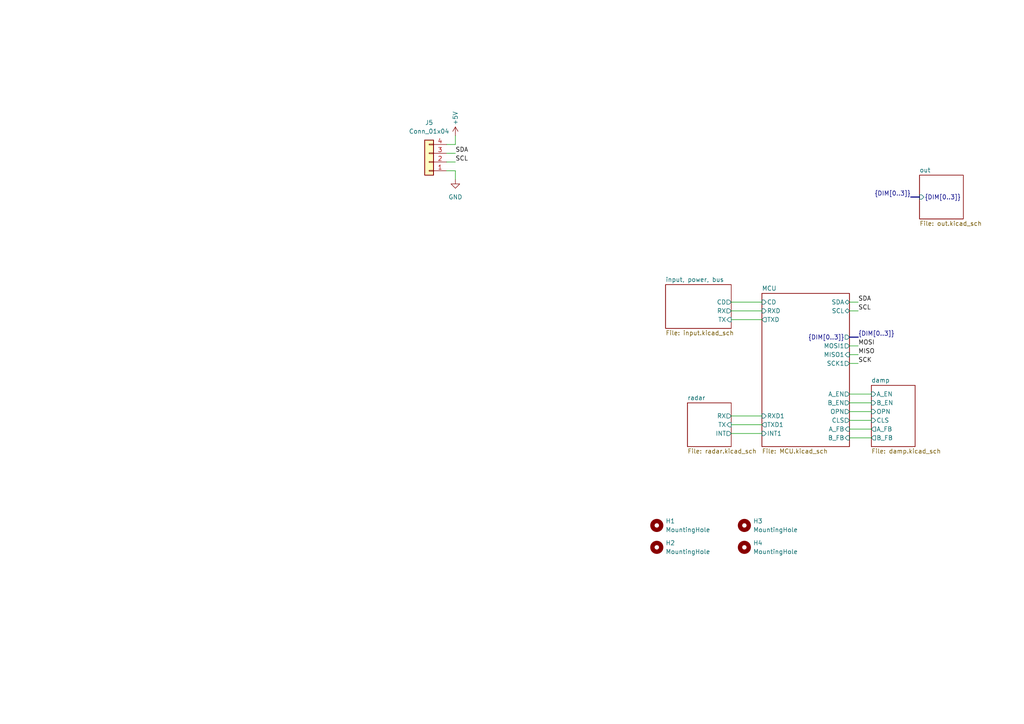
<source format=kicad_sch>
(kicad_sch (version 20230121) (generator eeschema)
  (paper "A4")
  (lib_symbols
    (symbol "Connector_Generic:Conn_01x04" (pin_names (offset 1.016) hide)
      (property "Reference" "J" (at 0 5.08 0))
      (property "Value" "Conn_01x04" (at 0 -7.62 0))
      (symbol "Conn_01x04_1_1"
        (rectangle (start -1.27 -4.953) (end 0 -5.207) (stroke (width 0.1524)))
        (rectangle (start -1.27 -2.413) (end 0 -2.667) (stroke (width 0.1524)))
        (rectangle (start -1.27 0.127) (end 0 -0.127) (stroke (width 0.1524)))
        (rectangle (start -1.27 2.667) (end 0 2.413) (stroke (width 0.1524)))
        (rectangle (start -1.27 3.81) (end 1.27 -6.35) (stroke (width 0.254)) (fill (type background)))
        (pin passive line (at -5.08 2.54 0) (length 3.81) (name "Pin_1") (number "1"))
        (pin passive line (at -5.08 0 0) (length 3.81) (name "Pin_2") (number "2"))
        (pin passive line (at -5.08 -2.54 0) (length 3.81) (name "Pin_3") (number "3"))
        (pin passive line (at -5.08 -5.08 0) (length 3.81) (name "Pin_4") (number "4"))
      )
    )
    (symbol "Mechanical:MountingHole" (pin_names (offset 1.016))
      (property "Reference" "H" (at 0 5.08 0))
      (property "Value" "MountingHole" (at 0 3.175 0))
      (symbol "MountingHole_0_1"
        (circle (center 0 0) (radius 1.27) (stroke (width 1.27)))
      )
    )
    (symbol "power:+5V" (power) (pin_names (offset 0))
      (property "Value" "+5V" (at 0 3.556 0))
      (symbol "+5V_0_1"
        (polyline (pts (xy -0.762 1.27) (xy 0 2.54)))
        (polyline (pts (xy 0 0) (xy 0 2.54)))
        (polyline (pts (xy 0 2.54) (xy 0.762 1.27)))
      )
      (symbol "+5V_1_1"
        (pin power_in line (at 0 0 90) (length 0) hide (name "+5V") (number "1"))
      )
    )
    (symbol "power:GND" (power) (pin_names (offset 0))
      (property "Value" "GND" (at 0 -3.81 0))
      (symbol "GND_0_1"
        (polyline (pts (xy 0 0) (xy 0 -1.27) (xy 1.27 -1.27) (xy 0 -2.54) (xy -1.27 -1.27) (xy 0 -1.27)))
      )
      (symbol "GND_1_1"
        (pin power_in line (at 0 0 270) (length 0) hide (name "GND") (number "1"))
      )
    )
  )
  (wire (pts (xy 132.08 41.91) (xy 129.54 41.91)))
  (wire (pts (xy 246.38 124.46) (xy 252.73 124.46)))
  (wire (pts (xy 246.38 105.41) (xy 248.92 105.41)))
  (bus (pts (xy 264.16 57.15) (xy 266.7 57.15)))
  (wire (pts (xy 212.09 125.73) (xy 220.98 125.73)))
  (wire (pts (xy 246.38 102.87) (xy 248.92 102.87)))
  (wire (pts (xy 246.38 114.3) (xy 252.73 114.3)))
  (wire (pts (xy 132.08 49.53) (xy 129.54 49.53)))
  (wire (pts (xy 212.09 123.19) (xy 220.98 123.19)))
  (wire (pts (xy 129.54 44.45) (xy 132.08 44.45)))
  (bus (pts (xy 246.38 97.79) (xy 248.92 97.79)))
  (wire (pts (xy 246.38 127) (xy 252.73 127)))
  (wire (pts (xy 246.38 100.33) (xy 248.92 100.33)))
  (wire (pts (xy 246.38 119.38) (xy 252.73 119.38)))
  (wire (pts (xy 246.38 121.92) (xy 252.73 121.92)))
  (wire (pts (xy 132.08 39.37) (xy 132.08 41.91)))
  (wire (pts (xy 212.09 120.65) (xy 220.98 120.65)))
  (wire (pts (xy 212.09 92.71) (xy 220.98 92.71)))
  (wire (pts (xy 212.09 87.63) (xy 220.98 87.63)))
  (wire (pts (xy 246.38 116.84) (xy 252.73 116.84)))
  (wire (pts (xy 246.38 90.17) (xy 248.92 90.17)))
  (wire (pts (xy 129.54 46.99) (xy 132.08 46.99)))
  (wire (pts (xy 132.08 52.07) (xy 132.08 49.53)))
  (wire (pts (xy 246.38 87.63) (xy 248.92 87.63)))
  (wire (pts (xy 212.09 90.17) (xy 220.98 90.17)))
  (label "{DIM[0..3]}" (at 248.92 97.79 0))
  (label "SCL" (at 248.92 90.17 0))
  (label "SDA" (at 132.08 44.45 0))
  (label "SCK" (at 248.92 105.41 0))
  (label "SCL" (at 132.08 46.99 0))
  (label "MOSI" (at 248.92 100.33 0))
  (label "MISO" (at 248.92 102.87 0))
  (label "{DIM[0..3]}" (at 264.16 57.15 180))
  (label "SDA" (at 248.92 87.63 0))
  (symbol (lib_id "Connector_Generic:Conn_01x04") (at 124.46 46.99 180) (unit 1)
    (property "Reference" "J5" (at 124.46 35.56 0))
    (property "Value" "Conn_01x04" (at 124.46 38.1 0))
    (property "Footprint" "Connector_JST:JST_PH_B4B-PH-K_1x04_P2.00mm_Vertical" (effects hide))
  )
  (symbol (lib_id "power:+5V") (at 132.08 39.37 0) (unit 1)
    (property "Reference" "#PWR076" (effects hide))
    (property "Value" "+5V" (at 132.08 34.29 90))
  )
  (symbol (lib_id "Mechanical:MountingHole") (at 215.9 152.4 0) (unit 1)
    (property "Reference" "H3" (at 218.44 151.13 0) (effects (justify left)))
    (property "Value" "MountingHole" (at 218.44 153.67 0) (effects (justify left)))
    (property "Footprint" "MountingHole:MountingHole_3.2mm_M3" (effects hide))
  )
  (symbol (lib_id "Mechanical:MountingHole") (at 215.9 158.75 0) (unit 1)
    (property "Reference" "H4" (at 218.44 157.48 0) (effects (justify left)))
    (property "Value" "MountingHole" (at 218.44 160.02 0) (effects (justify left)))
    (property "Footprint" "MountingHole:MountingHole_3.2mm_M3" (effects hide))
  )
  (symbol (lib_id "Mechanical:MountingHole") (at 190.5 158.75 0) (unit 1)
    (property "Reference" "H2" (at 193.04 157.48 0) (effects (justify left)))
    (property "Value" "MountingHole" (at 193.04 160.02 0) (effects (justify left)))
    (property "Footprint" "MountingHole:MountingHole_3.2mm_M3" (effects hide))
  )
  (symbol (lib_id "Mechanical:MountingHole") (at 190.5 152.4 0) (unit 1)
    (property "Reference" "H1" (at 193.04 151.13 0) (effects (justify left)))
    (property "Value" "MountingHole" (at 193.04 153.67 0) (effects (justify left)))
    (property "Footprint" "MountingHole:MountingHole_3.2mm_M3" (effects hide))
  )
  (symbol (lib_id "power:GND") (at 132.08 52.07 0) (unit 1)
    (property "Reference" "#PWR077" (effects hide))
    (property "Value" "GND" (at 132.08 57.15 0))
  )
  (sheet (at 252.73 111.76) (size 12.7 17.78) (stroke (width 0.1524))
    (property "Sheetname" "damp" (at 252.73 111.0484 0) (effects (justify left bottom)))
    (property "Sheetfile" "damp.kicad_sch" (at 252.73 130.1246 0) (effects (justify left top)))
    (pin "A_EN" input (at 252.73 114.3 180))
    (pin "CLS" input (at 252.73 121.92 180))
    (pin "OPN" input (at 252.73 119.38 180))
    (pin "B_FB" output (at 252.73 127 180))
    (pin "A_FB" output (at 252.73 124.46 180))
    (pin "B_EN" input (at 252.73 116.84 180))
  )
  (sheet (at 266.7 50.8) (size 12.7 12.7) (stroke (width 0.1524))
    (property "Sheetname" "out" (at 266.7 50.0884 0) (effects (justify left bottom)))
    (property "Sheetfile" "out.kicad_sch" (at 266.7 64.0846 0) (effects (justify left top)))
    (pin "{DIM[0..3]}" input (at 266.7 57.15 180))
  )
  (sheet (at 220.98 85.09) (size 25.4 44.45) (stroke (width 0.1524))
    (property "Sheetname" "MCU" (at 220.98 84.3784 0) (effects (justify left bottom)))
    (property "Sheetfile" "MCU.kicad_sch" (at 220.98 130.1246 0) (effects (justify left top)))
    (pin "SDA" bidirectional (at 246.38 87.63 0))
    (pin "SCL" bidirectional (at 246.38 90.17 0))
    (pin "CD" input (at 220.98 87.63 180))
    (pin "TXD" output (at 220.98 92.71 180))
    (pin "RXD" input (at 220.98 90.17 180))
    (pin "MOSI1" output (at 246.38 100.33 0))
    (pin "SCK1" output (at 246.38 105.41 0))
    (pin "MISO1" input (at 246.38 102.87 0))
    (pin "TXD1" output (at 220.98 123.19 180))
    (pin "RXD1" input (at 220.98 120.65 180))
    (pin "{DIM[0..3]}" output (at 246.38 97.79 0))
    (pin "INT1" input (at 220.98 125.73 180))
    (pin "A_EN" output (at 246.38 114.3 0))
    (pin "B_EN" output (at 246.38 116.84 0))
    (pin "OPN" output (at 246.38 119.38 0))
    (pin "CLS" output (at 246.38 121.92 0))
    (pin "A_FB" input (at 246.38 124.46 0))
    (pin "B_FB" input (at 246.38 127 0))
  )
  (sheet (at 193.04 82.55) (size 19.05 12.7) (stroke (width 0.1524))
    (property "Sheetname" "input, power, bus" (at 193.04 81.8384 0) (effects (justify left bottom)))
    (property "Sheetfile" "input.kicad_sch" (at 193.04 95.8346 0) (effects (justify left top)))
    (pin "CD" output (at 212.09 87.63 0))
    (pin "TX" input (at 212.09 92.71 0))
    (pin "RX" output (at 212.09 90.17 0))
  )
  (sheet (at 199.39 116.84) (size 12.7 12.7) (stroke (width 0.1524))
    (property "Sheetname" "radar" (at 199.39 116.1284 0) (effects (justify left bottom)))
    (property "Sheetfile" "radar.kicad_sch" (at 199.39 130.1246 0) (effects (justify left top)))
    (pin "TX" input (at 212.09 123.19 0))
    (pin "RX" output (at 212.09 120.65 0))
    (pin "INT" output (at 212.09 125.73 0))
  )
)
</source>
